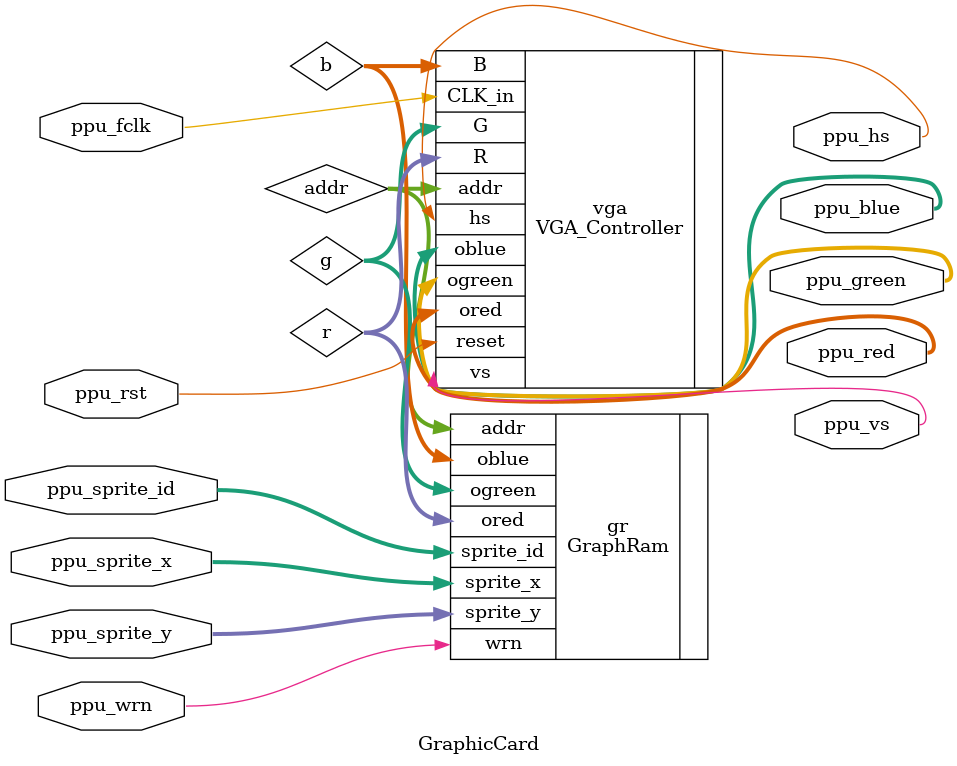
<source format=v>
`timescale 1ns / 1ps
module GraphicCard(
	 input ppu_fclk, 
	 input ppu_rst,
	 
	 input ppu_wrn,
	 input [9:0] ppu_sprite_x,
	 input [8:0] ppu_sprite_y,
	 input [8:0] ppu_sprite_id,
	 
	 output ppu_hs,
	 output ppu_vs,
	 output [2:0] ppu_red,
	 output [2:0] ppu_green,
	 output [2:0] ppu_blue
);

wire [7:0] kb_code;
wire [2:0] r;
wire [2:0] g;
wire [2:0] b;
wire [18:0] addr;

GraphRam gr (
	.ored(r), .ogreen(g), .oblue(b),
	.addr(addr), .sprite_x(ppu_sprite_x), .sprite_y(ppu_sprite_y),
	.sprite_id(ppu_sprite_id), .wrn(ppu_wrn)
);

VGA_Controller vga (
	.hs(ppu_hs), .vs(ppu_vs),
	.ored(ppu_red), .ogreen(ppu_green), .oblue(ppu_blue),
	.R(r), .G(g), .B(b),
	.reset(ppu_rst), .CLK_in(ppu_fclk),
	.addr(addr)
);

endmodule

</source>
